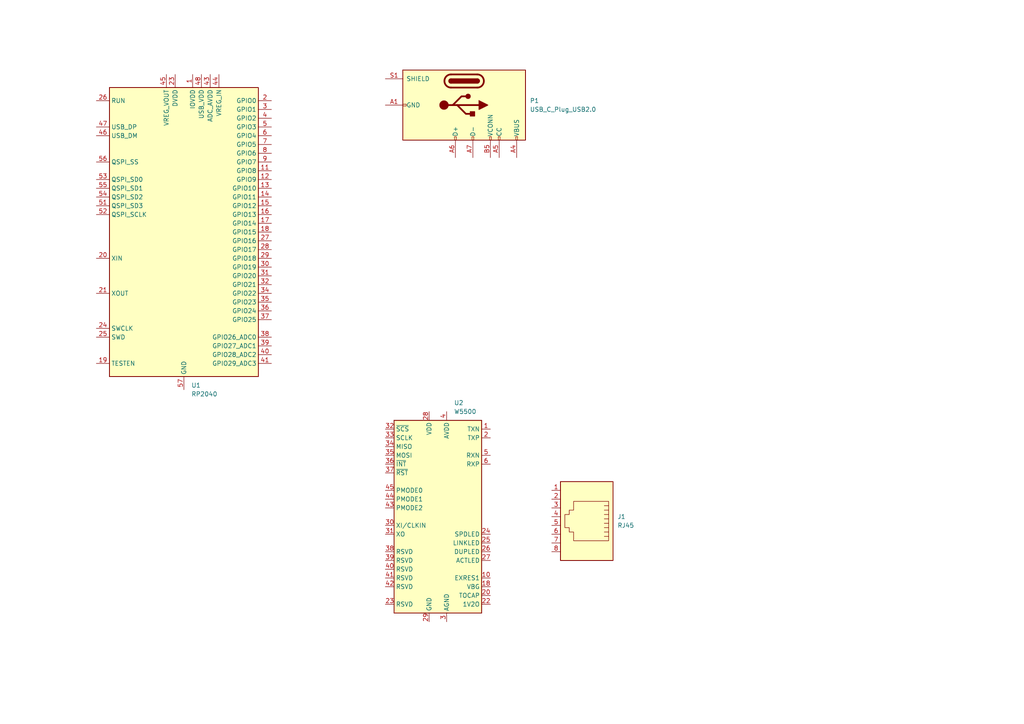
<source format=kicad_sch>
(kicad_sch (version 20250114) (generator "eeschema") (generator_version "9.0")
  (paper "A4")
  (lib_symbols
    (symbol "Connector:RJ45" (pin_names (offset 1.016))
      (property "Reference" "J" (at -5.08 13.97 0))
      (property "Value" "RJ45" (at 2.54 13.97 0))
      (symbol "RJ45_0_1"
        (polyline (pts (xy -6.35 1.905) (xy -5.08 1.905) (xy -5.08 1.905)))
        (polyline (pts (xy -6.35 0.635) (xy -5.08 0.635) (xy -5.08 0.635)))
        (polyline (pts (xy -6.35 -0.635) (xy -5.08 -0.635) (xy -5.08 -0.635)))
        (polyline (pts (xy -6.35 -1.905) (xy -5.08 -1.905) (xy -5.08 -1.905)))
        (polyline (pts (xy -6.35 -3.175) (xy -5.08 -3.175) (xy -5.08 -3.175)))
        (polyline (pts (xy -6.35 -4.445) (xy -6.35 6.985) (xy 3.81 6.985) (xy 3.81 4.445) (xy 5.08 4.445) (xy 5.08 3.175) (xy 6.35 3.175) (xy 6.35 -0.635) (xy 5.08 -0.635) (xy 5.08 -1.905) (xy 3.81 -1.905) (xy 3.81 -4.445) (xy -6.35 -4.445) (xy -6.35 -4.445)))
        (polyline (pts (xy -5.08 5.715) (xy -6.35 5.715)))
        (polyline (pts (xy -5.08 4.445) (xy -6.35 4.445)))
        (polyline (pts (xy -5.08 3.175) (xy -6.35 3.175) (xy -6.35 3.175)))
        (rectangle (start 7.62 12.7) (end -7.62 -10.16) (stroke (width 0.254)) (fill (type background)))
      )
      (symbol "RJ45_1_1"
        (pin passive line (at 10.16 10.16 180) (length 2.54) (name "~") (number "8"))
        (pin passive line (at 10.16 7.62 180) (length 2.54) (name "~") (number "7"))
        (pin passive line (at 10.16 5.08 180) (length 2.54) (name "~") (number "6"))
        (pin passive line (at 10.16 2.54 180) (length 2.54) (name "~") (number "5"))
        (pin passive line (at 10.16 0 180) (length 2.54) (name "~") (number "4"))
        (pin passive line (at 10.16 -2.54 180) (length 2.54) (name "~") (number "3"))
        (pin passive line (at 10.16 -5.08 180) (length 2.54) (name "~") (number "2"))
        (pin passive line (at 10.16 -7.62 180) (length 2.54) (name "~") (number "1"))
      )
    )
    (symbol "Connector:USB_C_Plug_USB2.0" (pin_names (offset 1.016))
      (property "Reference" "P" (at -10.16 19.05 0))
      (property "Value" "USB_C_Plug_USB2.0" (at 12.7 19.05 0))
      (symbol "USB_C_Plug_USB2.0_0_0"
        (rectangle (start -0.254 -17.78) (end 0.254 -16.764))
        (rectangle (start 10.16 15.494) (end 9.144 14.986))
        (rectangle (start 10.16 10.414) (end 9.144 9.906))
        (rectangle (start 10.16 7.874) (end 9.144 7.366))
        (rectangle (start 10.16 2.794) (end 9.144 2.286))
        (rectangle (start 10.16 -2.286) (end 9.144 -2.794))
      )
      (symbol "USB_C_Plug_USB2.0_0_1"
        (rectangle (start -10.16 17.78) (end 10.16 -17.78) (stroke (width 0.254)) (fill (type background)))
        (polyline (pts (xy -8.89 -3.81) (xy -8.89 3.81)) (stroke (width 0.508)))
        (rectangle (start -7.62 -3.81) (end -6.35 3.81) (stroke (width 0.254)) (fill (type outline)))
        (arc (start -7.62 3.81) (mid -6.985 4.4423) (end -6.35 3.81) (stroke (width 0.254)))
        (arc (start -7.62 3.81) (mid -6.985 4.4423) (end -6.35 3.81) (stroke (width 0.254)) (fill (type outline)))
        (arc (start -8.89 3.81) (mid -6.985 5.7067) (end -5.08 3.81) (stroke (width 0.508)))
        (arc (start -5.08 -3.81) (mid -6.985 -5.7067) (end -8.89 -3.81) (stroke (width 0.508)))
        (arc (start -6.35 -3.81) (mid -6.985 -4.4423) (end -7.62 -3.81) (stroke (width 0.254)))
        (arc (start -6.35 -3.81) (mid -6.985 -4.4423) (end -7.62 -3.81) (stroke (width 0.254)) (fill (type outline)))
        (polyline (pts (xy -5.08 3.81) (xy -5.08 -3.81)) (stroke (width 0.508)))
        (circle (center -2.54 1.143) (radius 0.635) (stroke (width 0.254)) (fill (type outline)))
        (polyline (pts (xy -1.27 4.318) (xy 0 6.858) (xy 1.27 4.318) (xy -1.27 4.318)) (stroke (width 0.254)) (fill (type outline)))
        (polyline (pts (xy 0 -2.032) (xy 2.54 0.508) (xy 2.54 1.778)) (stroke (width 0.508)))
        (polyline (pts (xy 0 -3.302) (xy -2.54 -0.762) (xy -2.54 0.508)) (stroke (width 0.508)))
        (polyline (pts (xy 0 -5.842) (xy 0 4.318)) (stroke (width 0.508)))
        (circle (center 0 -5.842) (radius 1.27) (fill (type outline)))
        (rectangle (start 1.905 1.778) (end 3.175 3.048) (stroke (width 0.254)) (fill (type outline)))
      )
      (symbol "USB_C_Plug_USB2.0_1_1"
        (pin passive line (at -7.62 -22.86 90) (length 5.08) (name "SHIELD") (number "S1"))
        (pin passive line (at 0 -22.86 90) (length 5.08) (name "GND") (number "A1"))
        (pin passive line (at 0 -22.86 90) (length 5.08) (hide yes) (name "GND") (number "A12"))
        (pin passive line (at 0 -22.86 90) (length 5.08) (hide yes) (name "GND") (number "B1"))
        (pin passive line (at 0 -22.86 90) (length 5.08) (hide yes) (name "GND") (number "B12"))
        (pin passive line (at 15.24 15.24 180) (length 5.08) (name "VBUS") (number "A4"))
        (pin passive line (at 15.24 15.24 180) (length 5.08) (hide yes) (name "VBUS") (number "A9"))
        (pin passive line (at 15.24 15.24 180) (length 5.08) (hide yes) (name "VBUS") (number "B4"))
        (pin passive line (at 15.24 15.24 180) (length 5.08) (hide yes) (name "VBUS") (number "B9"))
        (pin bidirectional line (at 15.24 10.16 180) (length 5.08) (name "CC") (number "A5"))
        (pin bidirectional line (at 15.24 7.62 180) (length 5.08) (name "VCONN") (number "B5"))
        (pin bidirectional line (at 15.24 2.54 180) (length 5.08) (name "D-") (number "A7"))
        (pin bidirectional line (at 15.24 -2.54 180) (length 5.08) (name "D+") (number "A6"))
      )
    )
    (symbol "Interface_Ethernet:W5500"
      (property "Reference" "U" (at -11.43 29.21 0))
      (property "Value" "W5500" (at 8.89 29.21 0))
      (symbol "W5500_0_1"
        (rectangle (start -12.7 27.94) (end 12.7 -27.94) (stroke (width 0.254)) (fill (type background)))
      )
      (symbol "W5500_1_1"
        (pin input line (at -15.24 25.4 0) (length 2.54) (name "~{SCS}") (number "32"))
        (pin input line (at -15.24 22.86 0) (length 2.54) (name "SCLK") (number "33"))
        (pin output line (at -15.24 20.32 0) (length 2.54) (name "MISO") (number "34"))
        (pin input line (at -15.24 17.78 0) (length 2.54) (name "MOSI") (number "35"))
        (pin input line (at -15.24 15.24 0) (length 2.54) (name "~{INT}") (number "36"))
        (pin input line (at -15.24 12.7 0) (length 2.54) (name "~{RST}") (number "37"))
        (pin input line (at -15.24 7.62 0) (length 2.54) (name "PMODE0") (number "45"))
        (pin input line (at -15.24 5.08 0) (length 2.54) (name "PMODE1") (number "44"))
        (pin input line (at -15.24 2.54 0) (length 2.54) (name "PMODE2") (number "43"))
        (pin input line (at -15.24 -2.54 0) (length 2.54) (name "XI/CLKIN") (number "30"))
        (pin output line (at -15.24 -5.08 0) (length 2.54) (name "XO") (number "31"))
        (pin input line (at -15.24 -10.16 0) (length 2.54) (name "RSVD") (number "38"))
        (pin input line (at -15.24 -12.7 0) (length 2.54) (name "RSVD") (number "39"))
        (pin input line (at -15.24 -15.24 0) (length 2.54) (name "RSVD") (number "40"))
        (pin input line (at -15.24 -17.78 0) (length 2.54) (name "RSVD") (number "41"))
        (pin input line (at -15.24 -20.32 0) (length 2.54) (name "RSVD") (number "42"))
        (pin input line (at -15.24 -25.4 0) (length 2.54) (name "RSVD") (number "23"))
        (pin power_in line (at -2.54 30.48 270) (length 2.54) (name "VDD") (number "28"))
        (pin power_in line (at -2.54 -30.48 90) (length 2.54) (name "GND") (number "29"))
        (pin passive line (at 2.54 30.48 270) (length 2.54) (hide yes) (name "AVDD") (number "11"))
        (pin passive line (at 2.54 30.48 270) (length 2.54) (hide yes) (name "AVDD") (number "15"))
        (pin passive line (at 2.54 30.48 270) (length 2.54) (hide yes) (name "AVDD") (number "17"))
        (pin passive line (at 2.54 30.48 270) (length 2.54) (hide yes) (name "AVDD") (number "21"))
        (pin power_in line (at 2.54 30.48 270) (length 2.54) (name "AVDD") (number "4"))
        (pin passive line (at 2.54 30.48 270) (length 2.54) (hide yes) (name "AVDD") (number "8"))
        (pin passive line (at 2.54 -30.48 90) (length 2.54) (hide yes) (name "AGND") (number "14"))
        (pin passive line (at 2.54 -30.48 90) (length 2.54) (hide yes) (name "AGND") (number "16"))
        (pin passive line (at 2.54 -30.48 90) (length 2.54) (hide yes) (name "AGND") (number "19"))
        (pin power_in line (at 2.54 -30.48 90) (length 2.54) (name "AGND") (number "3"))
        (pin passive line (at 2.54 -30.48 90) (length 2.54) (hide yes) (name "AGND") (number "48"))
        (pin passive line (at 2.54 -30.48 90) (length 2.54) (hide yes) (name "AGND") (number "9"))
        (pin no_connect line (at 12.7 10.16 180) (length 2.54) (hide yes) (name "DNC") (number "7"))
        (pin no_connect line (at 12.7 7.62 180) (length 2.54) (hide yes) (name "NC") (number "12"))
        (pin no_connect line (at 12.7 5.08 180) (length 2.54) (hide yes) (name "NC") (number "13"))
        (pin no_connect line (at 12.7 2.54 180) (length 2.54) (hide yes) (name "NC") (number "46"))
        (pin no_connect line (at 12.7 0 180) (length 2.54) (hide yes) (name "NC") (number "47"))
        (pin output line (at 15.24 25.4 180) (length 2.54) (name "TXN") (number "1"))
        (pin output line (at 15.24 22.86 180) (length 2.54) (name "TXP") (number "2"))
        (pin input line (at 15.24 17.78 180) (length 2.54) (name "RXN") (number "5"))
        (pin input line (at 15.24 15.24 180) (length 2.54) (name "RXP") (number "6"))
        (pin output line (at 15.24 -5.08 180) (length 2.54) (name "SPDLED") (number "24"))
        (pin output line (at 15.24 -7.62 180) (length 2.54) (name "LINKLED") (number "25"))
        (pin output line (at 15.24 -10.16 180) (length 2.54) (name "DUPLED") (number "26"))
        (pin output line (at 15.24 -12.7 180) (length 2.54) (name "ACTLED") (number "27"))
        (pin passive line (at 15.24 -17.78 180) (length 2.54) (name "EXRES1") (number "10"))
        (pin passive line (at 15.24 -20.32 180) (length 2.54) (name "VBG") (number "18"))
        (pin passive line (at 15.24 -22.86 180) (length 2.54) (name "TOCAP") (number "20"))
        (pin output line (at 15.24 -25.4 180) (length 2.54) (name "1V2O") (number "22"))
      )
    )
    (symbol "MCU_RaspberryPi:RP2040"
      (property "Reference" "U" (at 17.78 45.72 0))
      (property "Value" "RP2040" (at 17.78 43.18 0))
      (symbol "RP2040_0_1"
        (rectangle (start -21.59 41.91) (end 21.59 -41.91) (stroke (width 0.254)) (fill (type background)))
      )
      (symbol "RP2040_1_1"
        (pin input line (at -25.4 38.1 0) (length 3.81) (name "RUN") (number "26"))
        (pin bidirectional line (at -25.4 30.48 0) (length 3.81) (name "USB_DP") (number "47"))
        (pin bidirectional line (at -25.4 27.94 0) (length 3.81) (name "USB_DM") (number "46"))
        (pin bidirectional line (at -25.4 20.32 0) (length 3.81) (name "QSPI_SS") (number "56"))
        (pin bidirectional line (at -25.4 15.24 0) (length 3.81) (name "QSPI_SD0") (number "53"))
        (pin bidirectional line (at -25.4 12.7 0) (length 3.81) (name "QSPI_SD1") (number "55"))
        (pin bidirectional line (at -25.4 10.16 0) (length 3.81) (name "QSPI_SD2") (number "54"))
        (pin bidirectional line (at -25.4 7.62 0) (length 3.81) (name "QSPI_SD3") (number "51"))
        (pin output line (at -25.4 5.08 0) (length 3.81) (name "QSPI_SCLK") (number "52"))
        (pin input line (at -25.4 -7.62 0) (length 3.81) (name "XIN") (number "20"))
        (pin passive line (at -25.4 -17.78 0) (length 3.81) (name "XOUT") (number "21"))
        (pin input line (at -25.4 -27.94 0) (length 3.81) (name "SWCLK") (number "24"))
        (pin bidirectional line (at -25.4 -30.48 0) (length 3.81) (name "SWD") (number "25"))
        (pin input line (at -25.4 -38.1 0) (length 3.81) (name "TESTEN") (number "19"))
        (pin power_out line (at -5.08 45.72 270) (length 3.81) (name "VREG_VOUT") (number "45"))
        (pin power_in line (at -2.54 45.72 270) (length 3.81) (name "DVDD") (number "23"))
        (pin passive line (at -2.54 45.72 270) (length 3.81) (hide yes) (name "DVDD") (number "50"))
        (pin power_in line (at 0 -45.72 90) (length 3.81) (name "GND") (number "57"))
        (pin power_in line (at 2.54 45.72 270) (length 3.81) (name "IOVDD") (number "1"))
        (pin passive line (at 2.54 45.72 270) (length 3.81) (hide yes) (name "IOVDD") (number "10"))
        (pin passive line (at 2.54 45.72 270) (length 3.81) (hide yes) (name "IOVDD") (number "22"))
        (pin passive line (at 2.54 45.72 270) (length 3.81) (hide yes) (name "IOVDD") (number "33"))
        (pin passive line (at 2.54 45.72 270) (length 3.81) (hide yes) (name "IOVDD") (number "42"))
        (pin passive line (at 2.54 45.72 270) (length 3.81) (hide yes) (name "IOVDD") (number "49"))
        (pin power_in line (at 5.08 45.72 270) (length 3.81) (name "USB_VDD") (number "48"))
        (pin power_in line (at 7.62 45.72 270) (length 3.81) (name "ADC_AVDD") (number "43"))
        (pin power_in line (at 10.16 45.72 270) (length 3.81) (name "VREG_IN") (number "44"))
        (pin bidirectional line (at 25.4 38.1 180) (length 3.81) (name "GPIO0") (number "2"))
        (pin bidirectional line (at 25.4 35.56 180) (length 3.81) (name "GPIO1") (number "3"))
        (pin bidirectional line (at 25.4 33.02 180) (length 3.81) (name "GPIO2") (number "4"))
        (pin bidirectional line (at 25.4 30.48 180) (length 3.81) (name "GPIO3") (number "5"))
        (pin bidirectional line (at 25.4 27.94 180) (length 3.81) (name "GPIO4") (number "6"))
        (pin bidirectional line (at 25.4 25.4 180) (length 3.81) (name "GPIO5") (number "7"))
        (pin bidirectional line (at 25.4 22.86 180) (length 3.81) (name "GPIO6") (number "8"))
        (pin bidirectional line (at 25.4 20.32 180) (length 3.81) (name "GPIO7") (number "9"))
        (pin bidirectional line (at 25.4 17.78 180) (length 3.81) (name "GPIO8") (number "11"))
        (pin bidirectional line (at 25.4 15.24 180) (length 3.81) (name "GPIO9") (number "12"))
        (pin bidirectional line (at 25.4 12.7 180) (length 3.81) (name "GPIO10") (number "13"))
        (pin bidirectional line (at 25.4 10.16 180) (length 3.81) (name "GPIO11") (number "14"))
        (pin bidirectional line (at 25.4 7.62 180) (length 3.81) (name "GPIO12") (number "15"))
        (pin bidirectional line (at 25.4 5.08 180) (length 3.81) (name "GPIO13") (number "16"))
        (pin bidirectional line (at 25.4 2.54 180) (length 3.81) (name "GPIO14") (number "17"))
        (pin bidirectional line (at 25.4 0 180) (length 3.81) (name "GPIO15") (number "18"))
        (pin bidirectional line (at 25.4 -2.54 180) (length 3.81) (name "GPIO16") (number "27"))
        (pin bidirectional line (at 25.4 -5.08 180) (length 3.81) (name "GPIO17") (number "28"))
        (pin bidirectional line (at 25.4 -7.62 180) (length 3.81) (name "GPIO18") (number "29"))
        (pin bidirectional line (at 25.4 -10.16 180) (length 3.81) (name "GPIO19") (number "30"))
        (pin bidirectional line (at 25.4 -12.7 180) (length 3.81) (name "GPIO20") (number "31"))
        (pin bidirectional line (at 25.4 -15.24 180) (length 3.81) (name "GPIO21") (number "32"))
        (pin bidirectional line (at 25.4 -17.78 180) (length 3.81) (name "GPIO22") (number "34"))
        (pin bidirectional line (at 25.4 -20.32 180) (length 3.81) (name "GPIO23") (number "35"))
        (pin bidirectional line (at 25.4 -22.86 180) (length 3.81) (name "GPIO24") (number "36"))
        (pin bidirectional line (at 25.4 -25.4 180) (length 3.81) (name "GPIO25") (number "37"))
        (pin bidirectional line (at 25.4 -30.48 180) (length 3.81) (name "GPIO26_ADC0") (number "38"))
        (pin bidirectional line (at 25.4 -33.02 180) (length 3.81) (name "GPIO27_ADC1") (number "39"))
        (pin bidirectional line (at 25.4 -35.56 180) (length 3.81) (name "GPIO28_ADC2") (number "40"))
        (pin bidirectional line (at 25.4 -38.1 180) (length 3.81) (name "GPIO29_ADC3") (number "41"))
      )
    )
  )
  (symbol (lib_id "Connector:USB_C_Plug_USB2.0") (at 134.62 30.48 270) (unit 1)
    (property "Reference" "P1" (at 153.67 29.2099 90) (effects (justify left)))
    (property "Value" "USB_C_Plug_USB2.0" (at 153.67 31.7499 90) (effects (justify left)))
    (property "Datasheet" "https://www.usb.org/sites/default/files/documents/usb_type-c.zip" (effects (hide yes)))
    (property "Description" "USB 2.0-only Type-C Plug connector" (effects (hide yes)))
  )
  (symbol (lib_id "MCU_RaspberryPi:RP2040") (at 53.34 67.31 0) (unit 1)
    (property "Reference" "U1" (at 55.4833 111.76 0) (effects (justify left)))
    (property "Value" "RP2040" (at 55.4833 114.3 0) (effects (justify left)))
    (property "Footprint" "Package_DFN_QFN:QFN-56-1EP_7x7mm_P0.4mm_EP3.2x3.2mm" (effects (hide yes)))
    (property "Datasheet" "https://datasheets.raspberrypi.com/rp2040/rp2040-datasheet.pdf" (effects (hide yes)))
    (property "Description" "A microcontroller by Raspberry Pi" (effects (hide yes)))
  )
  (symbol (lib_id "Connector:RJ45") (at 170.18 149.86 180) (unit 1)
    (property "Reference" "J1" (at 179.07 149.8599 0) (effects (justify right)))
    (property "Value" "RJ45" (at 179.07 152.3999 0) (effects (justify right)))
    (property "Description" "RJ connector, 8P8C (8 positions 8 connected)" (effects (hide yes)))
  )
  (symbol (lib_id "Interface_Ethernet:W5500") (at 127 149.86 0) (unit 1)
    (property "Reference" "U2" (at 131.6833 116.84 0) (effects (justify left)))
    (property "Value" "W5500" (at 131.6833 119.38 0) (effects (justify left)))
    (property "Footprint" "Package_QFP:LQFP-48_7x7mm_P0.5mm" (effects (hide yes)))
    (property "Datasheet" "http://wizwiki.net/wiki/lib/exe/fetch.php/products:w5500:w5500_ds_v109e.pdf" (effects (hide yes)))
    (property "Description" "10/100Mb SPI Ethernet controller with TCP/IP stack, LQFP-48" (effects (hide yes)))
  )
)
</source>
